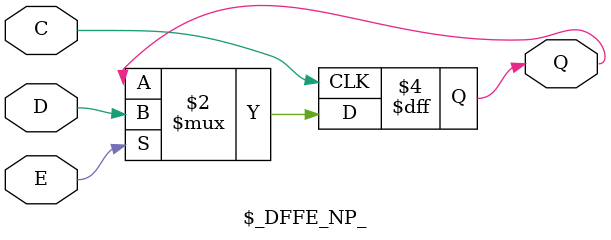
<source format=v>

module \$_DFFE_NP_ (D, C, E, Q);
input D, C, E;
output reg Q;
always @(negedge C) begin
	if (E) Q <= D;
end
endmodule

</source>
